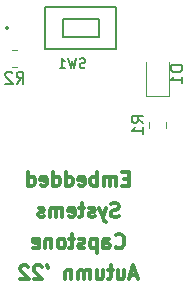
<source format=gbr>
G04 #@! TF.GenerationSoftware,KiCad,Pcbnew,(6.0.8)*
G04 #@! TF.CreationDate,2022-10-25T11:31:58-07:00*
G04 #@! TF.ProjectId,SAMD10_demo_in_progress,53414d44-3130-45f6-9465-6d6f5f696e5f,rev?*
G04 #@! TF.SameCoordinates,Original*
G04 #@! TF.FileFunction,Legend,Bot*
G04 #@! TF.FilePolarity,Positive*
%FSLAX46Y46*%
G04 Gerber Fmt 4.6, Leading zero omitted, Abs format (unit mm)*
G04 Created by KiCad (PCBNEW (6.0.8)) date 2022-10-25 11:31:58*
%MOMM*%
%LPD*%
G01*
G04 APERTURE LIST*
%ADD10C,0.300000*%
%ADD11C,0.150000*%
%ADD12C,0.127000*%
%ADD13C,0.200000*%
%ADD14C,0.120000*%
G04 APERTURE END LIST*
D10*
X82642857Y-86433334D02*
X82071428Y-86433334D01*
X82757142Y-86776191D02*
X82357142Y-85576191D01*
X81957142Y-86776191D01*
X81042857Y-85976191D02*
X81042857Y-86776191D01*
X81557142Y-85976191D02*
X81557142Y-86604762D01*
X81500000Y-86719048D01*
X81385714Y-86776191D01*
X81214285Y-86776191D01*
X81100000Y-86719048D01*
X81042857Y-86661905D01*
X80642857Y-85976191D02*
X80185714Y-85976191D01*
X80471428Y-85576191D02*
X80471428Y-86604762D01*
X80414285Y-86719048D01*
X80300000Y-86776191D01*
X80185714Y-86776191D01*
X79271428Y-85976191D02*
X79271428Y-86776191D01*
X79785714Y-85976191D02*
X79785714Y-86604762D01*
X79728571Y-86719048D01*
X79614285Y-86776191D01*
X79442857Y-86776191D01*
X79328571Y-86719048D01*
X79271428Y-86661905D01*
X78700000Y-86776191D02*
X78700000Y-85976191D01*
X78700000Y-86090476D02*
X78642857Y-86033334D01*
X78528571Y-85976191D01*
X78357142Y-85976191D01*
X78242857Y-86033334D01*
X78185714Y-86147619D01*
X78185714Y-86776191D01*
X78185714Y-86147619D02*
X78128571Y-86033334D01*
X78014285Y-85976191D01*
X77842857Y-85976191D01*
X77728571Y-86033334D01*
X77671428Y-86147619D01*
X77671428Y-86776191D01*
X77100000Y-85976191D02*
X77100000Y-86776191D01*
X77100000Y-86090476D02*
X77042857Y-86033334D01*
X76928571Y-85976191D01*
X76757142Y-85976191D01*
X76642857Y-86033334D01*
X76585714Y-86147619D01*
X76585714Y-86776191D01*
X75042857Y-85576191D02*
X75157142Y-85804762D01*
X74585714Y-85690476D02*
X74528571Y-85633334D01*
X74414285Y-85576191D01*
X74128571Y-85576191D01*
X74014285Y-85633334D01*
X73957142Y-85690476D01*
X73900000Y-85804762D01*
X73900000Y-85919048D01*
X73957142Y-86090476D01*
X74642857Y-86776191D01*
X73900000Y-86776191D01*
X73442857Y-85690476D02*
X73385714Y-85633334D01*
X73271428Y-85576191D01*
X72985714Y-85576191D01*
X72871428Y-85633334D01*
X72814285Y-85690476D01*
X72757142Y-85804762D01*
X72757142Y-85919048D01*
X72814285Y-86090476D01*
X73500000Y-86776191D01*
X72757142Y-86776191D01*
X81128571Y-81452381D02*
X80957142Y-81509524D01*
X80671428Y-81509524D01*
X80557142Y-81452381D01*
X80500000Y-81395238D01*
X80442857Y-81280952D01*
X80442857Y-81166667D01*
X80500000Y-81052381D01*
X80557142Y-80995238D01*
X80671428Y-80938095D01*
X80900000Y-80880952D01*
X81014285Y-80823809D01*
X81071428Y-80766667D01*
X81128571Y-80652381D01*
X81128571Y-80538095D01*
X81071428Y-80423809D01*
X81014285Y-80366667D01*
X80900000Y-80309524D01*
X80614285Y-80309524D01*
X80442857Y-80366667D01*
X80042857Y-80709524D02*
X79757142Y-81509524D01*
X79471428Y-80709524D02*
X79757142Y-81509524D01*
X79871428Y-81795238D01*
X79928571Y-81852381D01*
X80042857Y-81909524D01*
X79071428Y-81452381D02*
X78957142Y-81509524D01*
X78728571Y-81509524D01*
X78614285Y-81452381D01*
X78557142Y-81338095D01*
X78557142Y-81280952D01*
X78614285Y-81166667D01*
X78728571Y-81109524D01*
X78900000Y-81109524D01*
X79014285Y-81052381D01*
X79071428Y-80938095D01*
X79071428Y-80880952D01*
X79014285Y-80766667D01*
X78900000Y-80709524D01*
X78728571Y-80709524D01*
X78614285Y-80766667D01*
X78214285Y-80709524D02*
X77757142Y-80709524D01*
X78042857Y-80309524D02*
X78042857Y-81338095D01*
X77985714Y-81452381D01*
X77871428Y-81509524D01*
X77757142Y-81509524D01*
X76900000Y-81452381D02*
X77014285Y-81509524D01*
X77242857Y-81509524D01*
X77357142Y-81452381D01*
X77414285Y-81338095D01*
X77414285Y-80880952D01*
X77357142Y-80766667D01*
X77242857Y-80709524D01*
X77014285Y-80709524D01*
X76900000Y-80766667D01*
X76842857Y-80880952D01*
X76842857Y-80995238D01*
X77414285Y-81109524D01*
X76328571Y-81509524D02*
X76328571Y-80709524D01*
X76328571Y-80823809D02*
X76271428Y-80766667D01*
X76157142Y-80709524D01*
X75985714Y-80709524D01*
X75871428Y-80766667D01*
X75814285Y-80880952D01*
X75814285Y-81509524D01*
X75814285Y-80880952D02*
X75757142Y-80766667D01*
X75642857Y-80709524D01*
X75471428Y-80709524D01*
X75357142Y-80766667D01*
X75300000Y-80880952D01*
X75300000Y-81509524D01*
X74785714Y-81452381D02*
X74671428Y-81509524D01*
X74442857Y-81509524D01*
X74328571Y-81452381D01*
X74271428Y-81338095D01*
X74271428Y-81280952D01*
X74328571Y-81166667D01*
X74442857Y-81109524D01*
X74614285Y-81109524D01*
X74728571Y-81052381D01*
X74785714Y-80938095D01*
X74785714Y-80880952D01*
X74728571Y-80766667D01*
X74614285Y-80709524D01*
X74442857Y-80709524D01*
X74328571Y-80766667D01*
X80842857Y-84028571D02*
X80900000Y-84085714D01*
X81071428Y-84142857D01*
X81185714Y-84142857D01*
X81357142Y-84085714D01*
X81471428Y-83971428D01*
X81528571Y-83857142D01*
X81585714Y-83628571D01*
X81585714Y-83457142D01*
X81528571Y-83228571D01*
X81471428Y-83114285D01*
X81357142Y-83000000D01*
X81185714Y-82942857D01*
X81071428Y-82942857D01*
X80900000Y-83000000D01*
X80842857Y-83057142D01*
X79814285Y-84142857D02*
X79814285Y-83514285D01*
X79871428Y-83400000D01*
X79985714Y-83342857D01*
X80214285Y-83342857D01*
X80328571Y-83400000D01*
X79814285Y-84085714D02*
X79928571Y-84142857D01*
X80214285Y-84142857D01*
X80328571Y-84085714D01*
X80385714Y-83971428D01*
X80385714Y-83857142D01*
X80328571Y-83742857D01*
X80214285Y-83685714D01*
X79928571Y-83685714D01*
X79814285Y-83628571D01*
X79242857Y-83342857D02*
X79242857Y-84542857D01*
X79242857Y-83400000D02*
X79128571Y-83342857D01*
X78900000Y-83342857D01*
X78785714Y-83400000D01*
X78728571Y-83457142D01*
X78671428Y-83571428D01*
X78671428Y-83914285D01*
X78728571Y-84028571D01*
X78785714Y-84085714D01*
X78900000Y-84142857D01*
X79128571Y-84142857D01*
X79242857Y-84085714D01*
X78214285Y-84085714D02*
X78100000Y-84142857D01*
X77871428Y-84142857D01*
X77757142Y-84085714D01*
X77700000Y-83971428D01*
X77700000Y-83914285D01*
X77757142Y-83800000D01*
X77871428Y-83742857D01*
X78042857Y-83742857D01*
X78157142Y-83685714D01*
X78214285Y-83571428D01*
X78214285Y-83514285D01*
X78157142Y-83400000D01*
X78042857Y-83342857D01*
X77871428Y-83342857D01*
X77757142Y-83400000D01*
X77357142Y-83342857D02*
X76900000Y-83342857D01*
X77185714Y-82942857D02*
X77185714Y-83971428D01*
X77128571Y-84085714D01*
X77014285Y-84142857D01*
X76900000Y-84142857D01*
X76328571Y-84142857D02*
X76442857Y-84085714D01*
X76500000Y-84028571D01*
X76557142Y-83914285D01*
X76557142Y-83571428D01*
X76500000Y-83457142D01*
X76442857Y-83400000D01*
X76328571Y-83342857D01*
X76157142Y-83342857D01*
X76042857Y-83400000D01*
X75985714Y-83457142D01*
X75928571Y-83571428D01*
X75928571Y-83914285D01*
X75985714Y-84028571D01*
X76042857Y-84085714D01*
X76157142Y-84142857D01*
X76328571Y-84142857D01*
X75414285Y-83342857D02*
X75414285Y-84142857D01*
X75414285Y-83457142D02*
X75357142Y-83400000D01*
X75242857Y-83342857D01*
X75071428Y-83342857D01*
X74957142Y-83400000D01*
X74900000Y-83514285D01*
X74900000Y-84142857D01*
X73871428Y-84085714D02*
X73985714Y-84142857D01*
X74214285Y-84142857D01*
X74328571Y-84085714D01*
X74385714Y-83971428D01*
X74385714Y-83514285D01*
X74328571Y-83400000D01*
X74214285Y-83342857D01*
X73985714Y-83342857D01*
X73871428Y-83400000D01*
X73814285Y-83514285D01*
X73814285Y-83628571D01*
X74385714Y-83742857D01*
X81957142Y-78247619D02*
X81557142Y-78247619D01*
X81385714Y-78876191D02*
X81957142Y-78876191D01*
X81957142Y-77676191D01*
X81385714Y-77676191D01*
X80871428Y-78876191D02*
X80871428Y-78076191D01*
X80871428Y-78190476D02*
X80814285Y-78133334D01*
X80700000Y-78076191D01*
X80528571Y-78076191D01*
X80414285Y-78133334D01*
X80357142Y-78247619D01*
X80357142Y-78876191D01*
X80357142Y-78247619D02*
X80300000Y-78133334D01*
X80185714Y-78076191D01*
X80014285Y-78076191D01*
X79900000Y-78133334D01*
X79842857Y-78247619D01*
X79842857Y-78876191D01*
X79271428Y-78876191D02*
X79271428Y-77676191D01*
X79271428Y-78133334D02*
X79157142Y-78076191D01*
X78928571Y-78076191D01*
X78814285Y-78133334D01*
X78757142Y-78190476D01*
X78700000Y-78304762D01*
X78700000Y-78647619D01*
X78757142Y-78761905D01*
X78814285Y-78819048D01*
X78928571Y-78876191D01*
X79157142Y-78876191D01*
X79271428Y-78819048D01*
X77728571Y-78819048D02*
X77842857Y-78876191D01*
X78071428Y-78876191D01*
X78185714Y-78819048D01*
X78242857Y-78704762D01*
X78242857Y-78247619D01*
X78185714Y-78133334D01*
X78071428Y-78076191D01*
X77842857Y-78076191D01*
X77728571Y-78133334D01*
X77671428Y-78247619D01*
X77671428Y-78361905D01*
X78242857Y-78476191D01*
X76642857Y-78876191D02*
X76642857Y-77676191D01*
X76642857Y-78819048D02*
X76757142Y-78876191D01*
X76985714Y-78876191D01*
X77100000Y-78819048D01*
X77157142Y-78761905D01*
X77214285Y-78647619D01*
X77214285Y-78304762D01*
X77157142Y-78190476D01*
X77100000Y-78133334D01*
X76985714Y-78076191D01*
X76757142Y-78076191D01*
X76642857Y-78133334D01*
X75557142Y-78876191D02*
X75557142Y-77676191D01*
X75557142Y-78819048D02*
X75671428Y-78876191D01*
X75900000Y-78876191D01*
X76014285Y-78819048D01*
X76071428Y-78761905D01*
X76128571Y-78647619D01*
X76128571Y-78304762D01*
X76071428Y-78190476D01*
X76014285Y-78133334D01*
X75900000Y-78076191D01*
X75671428Y-78076191D01*
X75557142Y-78133334D01*
X74528571Y-78819048D02*
X74642857Y-78876191D01*
X74871428Y-78876191D01*
X74985714Y-78819048D01*
X75042857Y-78704762D01*
X75042857Y-78247619D01*
X74985714Y-78133334D01*
X74871428Y-78076191D01*
X74642857Y-78076191D01*
X74528571Y-78133334D01*
X74471428Y-78247619D01*
X74471428Y-78361905D01*
X75042857Y-78476191D01*
X73442857Y-78876191D02*
X73442857Y-77676191D01*
X73442857Y-78819048D02*
X73557142Y-78876191D01*
X73785714Y-78876191D01*
X73900000Y-78819048D01*
X73957142Y-78761905D01*
X74014285Y-78647619D01*
X74014285Y-78304762D01*
X73957142Y-78190476D01*
X73900000Y-78133334D01*
X73785714Y-78076191D01*
X73557142Y-78076191D01*
X73442857Y-78133334D01*
D11*
X78257282Y-68837371D02*
X78142805Y-68875530D01*
X77952010Y-68875530D01*
X77875692Y-68837371D01*
X77837533Y-68799212D01*
X77799374Y-68722894D01*
X77799374Y-68646576D01*
X77837533Y-68570258D01*
X77875692Y-68532099D01*
X77952010Y-68493940D01*
X78104646Y-68455781D01*
X78180964Y-68417622D01*
X78219123Y-68379463D01*
X78257282Y-68303145D01*
X78257282Y-68226827D01*
X78219123Y-68150509D01*
X78180964Y-68112350D01*
X78104646Y-68074191D01*
X77913851Y-68074191D01*
X77799374Y-68112350D01*
X77532261Y-68074191D02*
X77341466Y-68875530D01*
X77188830Y-68303145D01*
X77036194Y-68875530D01*
X76845399Y-68074191D01*
X76120378Y-68875530D02*
X76578286Y-68875530D01*
X76349332Y-68875530D02*
X76349332Y-68074191D01*
X76425650Y-68188668D01*
X76501968Y-68264986D01*
X76578286Y-68303145D01*
X83202380Y-73533333D02*
X82726190Y-73200000D01*
X83202380Y-72961904D02*
X82202380Y-72961904D01*
X82202380Y-73342857D01*
X82250000Y-73438095D01*
X82297619Y-73485714D01*
X82392857Y-73533333D01*
X82535714Y-73533333D01*
X82630952Y-73485714D01*
X82678571Y-73438095D01*
X82726190Y-73342857D01*
X82726190Y-72961904D01*
X83202380Y-74485714D02*
X83202380Y-73914285D01*
X83202380Y-74200000D02*
X82202380Y-74200000D01*
X82345238Y-74104761D01*
X82440476Y-74009523D01*
X82488095Y-73914285D01*
X72466666Y-70202380D02*
X72800000Y-69726190D01*
X73038095Y-70202380D02*
X73038095Y-69202380D01*
X72657142Y-69202380D01*
X72561904Y-69250000D01*
X72514285Y-69297619D01*
X72466666Y-69392857D01*
X72466666Y-69535714D01*
X72514285Y-69630952D01*
X72561904Y-69678571D01*
X72657142Y-69726190D01*
X73038095Y-69726190D01*
X72085714Y-69297619D02*
X72038095Y-69250000D01*
X71942857Y-69202380D01*
X71704761Y-69202380D01*
X71609523Y-69250000D01*
X71561904Y-69297619D01*
X71514285Y-69392857D01*
X71514285Y-69488095D01*
X71561904Y-69630952D01*
X72133333Y-70202380D01*
X71514285Y-70202380D01*
X86502380Y-68661904D02*
X85502380Y-68661904D01*
X85502380Y-68900000D01*
X85550000Y-69042857D01*
X85645238Y-69138095D01*
X85740476Y-69185714D01*
X85930952Y-69233333D01*
X86073809Y-69233333D01*
X86264285Y-69185714D01*
X86359523Y-69138095D01*
X86454761Y-69042857D01*
X86502380Y-68900000D01*
X86502380Y-68661904D01*
X86502380Y-70185714D02*
X86502380Y-69614285D01*
X86502380Y-69900000D02*
X85502380Y-69900000D01*
X85645238Y-69804761D01*
X85740476Y-69709523D01*
X85788095Y-69614285D01*
D12*
X76400000Y-66250000D02*
X76400000Y-64750000D01*
X74900000Y-67250000D02*
X74900000Y-63750000D01*
X79400000Y-66250000D02*
X76400000Y-66250000D01*
X76400000Y-64750000D02*
X79400000Y-64750000D01*
X79400000Y-64750000D02*
X79400000Y-66250000D01*
X74900000Y-63750000D02*
X80900000Y-63750000D01*
X80900000Y-63750000D02*
X80900000Y-67250000D01*
X80900000Y-67250000D02*
X74900000Y-67250000D01*
D13*
X71750000Y-65500000D02*
G75*
G03*
X71750000Y-65500000I-100000J0D01*
G01*
D14*
X83665000Y-73472936D02*
X83665000Y-73927064D01*
X85135000Y-73472936D02*
X85135000Y-73927064D01*
X72072936Y-67365000D02*
X72527064Y-67365000D01*
X72072936Y-68835000D02*
X72527064Y-68835000D01*
X85360000Y-68400000D02*
X85360000Y-71260000D01*
X85360000Y-71260000D02*
X83440000Y-71260000D01*
X83440000Y-71260000D02*
X83440000Y-68400000D01*
M02*

</source>
